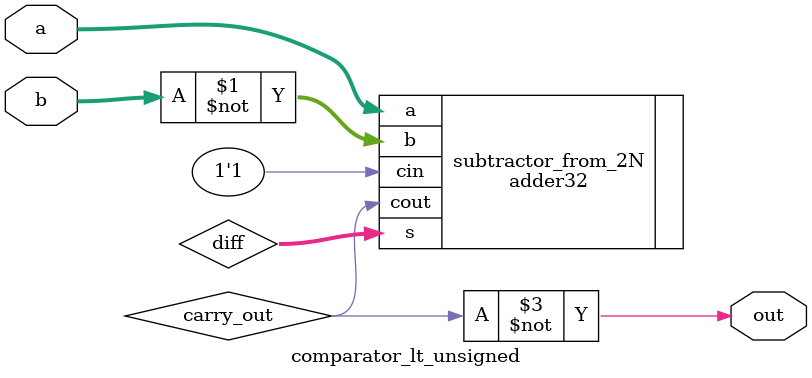
<source format=sv>
`include "./adder_n/generated_adders/adder32.sv"

module comparator_lt_unsigned(a, b, out);
parameter N = 32;
input wire signed [N-1:0] a, b;
output logic out;

// Using only *structural* combinational logic, make a module that computes if a is less than b!
// Note: this assumes that the two inputs are signed: aka should be interpreted as two's complement.

logic signed [N-1:0] diff;
logic carry_out;
adder32 subtractor_from_2N(.a(a), .b(~b), .cin(1'b1), .s(diff), .cout(carry_out));
// computes A + (2^N - B) = 2^N + (A - B)
// if A > B, there is a carry out
// if A == B, there is a carry out (2^N carries out)
// if A < B, there is no carry out
always_comb out = ~carry_out;

// Copy any other modules you use into the HDL folder and update the Makefile accordingly.

endmodule



</source>
